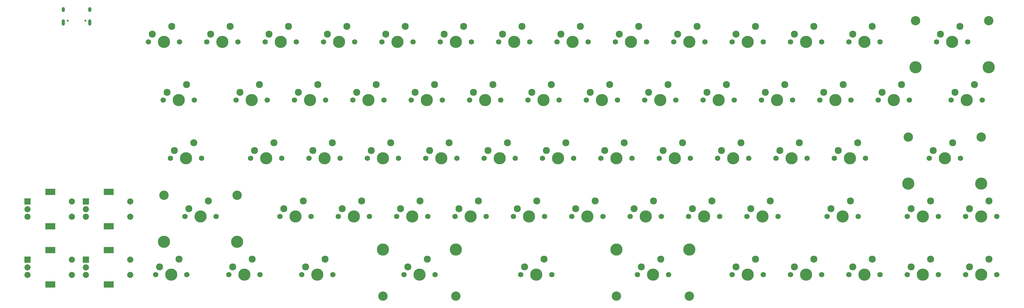
<source format=gbr>
%TF.GenerationSoftware,KiCad,Pcbnew,8.0.0*%
%TF.CreationDate,2024-11-20T19:58:16-08:00*%
%TF.ProjectId,Hampter1.3,48616d70-7465-4723-912e-332e6b696361,rev?*%
%TF.SameCoordinates,Original*%
%TF.FileFunction,Soldermask,Bot*%
%TF.FilePolarity,Negative*%
%FSLAX46Y46*%
G04 Gerber Fmt 4.6, Leading zero omitted, Abs format (unit mm)*
G04 Created by KiCad (PCBNEW 8.0.0) date 2024-11-20 19:58:16*
%MOMM*%
%LPD*%
G01*
G04 APERTURE LIST*
%ADD10C,1.750000*%
%ADD11C,3.987800*%
%ADD12C,2.300000*%
%ADD13C,3.048000*%
%ADD14R,2.000000X2.000000*%
%ADD15C,2.000000*%
%ADD16R,3.200000X2.000000*%
%ADD17C,0.650000*%
%ADD18O,1.000000X2.100000*%
%ADD19O,1.000000X1.600000*%
G04 APERTURE END LIST*
D10*
%TO.C,SW3_7*%
X360351244Y-191773449D03*
D11*
X365431244Y-191773449D03*
D10*
X370511244Y-191773449D03*
D12*
X361621244Y-189233449D03*
X367971244Y-186693449D03*
%TD*%
D13*
%TO.C,S1*%
X208268744Y-184788449D03*
D11*
X208268744Y-200028449D03*
D13*
X232081244Y-184788449D03*
D11*
X232081244Y-200028449D03*
%TD*%
D10*
%TO.C,SW2_1*%
X236523086Y-172722587D03*
D11*
X241603086Y-172722587D03*
D10*
X246683086Y-172722587D03*
D12*
X237793086Y-170182587D03*
X244143086Y-167642587D03*
%TD*%
D10*
%TO.C,SW0_10*%
X393700000Y-134620000D03*
D11*
X398780000Y-134620000D03*
D10*
X403860000Y-134620000D03*
D12*
X394970000Y-132080000D03*
X401320000Y-129540000D03*
%TD*%
D10*
%TO.C,SW3_3*%
X284151244Y-191773449D03*
D11*
X289231244Y-191773449D03*
D10*
X294311244Y-191773449D03*
D12*
X285421244Y-189233449D03*
X291771244Y-186693449D03*
%TD*%
D10*
%TO.C,SW2_0*%
X210337400Y-172720000D03*
D11*
X215417400Y-172720000D03*
D10*
X220497400Y-172720000D03*
D12*
X211607400Y-170180000D03*
X217957400Y-167640000D03*
%TD*%
D10*
%TO.C,SW0_0*%
X203200000Y-134620000D03*
D11*
X208280000Y-134620000D03*
D10*
X213360000Y-134620000D03*
D12*
X204470000Y-132080000D03*
X210820000Y-129540000D03*
%TD*%
D10*
%TO.C,SW1_3*%
X269862471Y-153670000D03*
D11*
X274942471Y-153670000D03*
D10*
X280022471Y-153670000D03*
D12*
X271132471Y-151130000D03*
X277482471Y-148590000D03*
%TD*%
D14*
%TO.C,SW2*%
X163692000Y-186857000D03*
D15*
X163692000Y-191857000D03*
X163692000Y-189357000D03*
D16*
X171192000Y-183757000D03*
X171192000Y-194957000D03*
D15*
X178192000Y-191857000D03*
X178192000Y-186857000D03*
%TD*%
D10*
%TO.C,SW2_5*%
X312723086Y-172722587D03*
D11*
X317803086Y-172722587D03*
D10*
X322883086Y-172722587D03*
D12*
X313993086Y-170182587D03*
X320343086Y-167642587D03*
%TD*%
D10*
%TO.C,SW2_6*%
X331773086Y-172722587D03*
D11*
X336853086Y-172722587D03*
D10*
X341933086Y-172722587D03*
D12*
X333043086Y-170182587D03*
X339393086Y-167642587D03*
%TD*%
D10*
%TO.C,SW0_9*%
X374650000Y-134620000D03*
D11*
X379730000Y-134620000D03*
D10*
X384810000Y-134620000D03*
D12*
X375920000Y-132080000D03*
X382270000Y-129540000D03*
%TD*%
D10*
%TO.C,SW2_9*%
X388923086Y-172722587D03*
D11*
X394003086Y-172722587D03*
D10*
X399083086Y-172722587D03*
D12*
X390193086Y-170182587D03*
X396543086Y-167642587D03*
%TD*%
D10*
%TO.C,SW1_4*%
X288912471Y-153670000D03*
D11*
X293992471Y-153670000D03*
D10*
X299072471Y-153670000D03*
D12*
X290182471Y-151130000D03*
X296532471Y-148590000D03*
%TD*%
D10*
%TO.C,SW1_9*%
X384162471Y-153670000D03*
D11*
X389242471Y-153670000D03*
D10*
X394322471Y-153670000D03*
D12*
X385432471Y-151130000D03*
X391782471Y-148590000D03*
%TD*%
D10*
%TO.C,SW3_2*%
X265101244Y-191773449D03*
D11*
X270181244Y-191773449D03*
D10*
X275261244Y-191773449D03*
D12*
X266371244Y-189233449D03*
X272721244Y-186693449D03*
%TD*%
D10*
%TO.C,SW0_4*%
X279400000Y-134620000D03*
D11*
X284480000Y-134620000D03*
D10*
X289560000Y-134620000D03*
D12*
X280670000Y-132080000D03*
X287020000Y-129540000D03*
%TD*%
D10*
%TO.C,SW4_7*%
X412750000Y-210825898D03*
D11*
X417830000Y-210825898D03*
D10*
X422910000Y-210825898D03*
D12*
X414020000Y-208285898D03*
X420370000Y-205745898D03*
%TD*%
D14*
%TO.C,SW5*%
X182742000Y-205907000D03*
D15*
X182742000Y-210907000D03*
X182742000Y-208407000D03*
D16*
X190242000Y-202807000D03*
X190242000Y-214007000D03*
D15*
X197242000Y-210907000D03*
X197242000Y-205907000D03*
%TD*%
D14*
%TO.C,SW3*%
X182742000Y-186857000D03*
D15*
X182742000Y-191857000D03*
X182742000Y-189357000D03*
D16*
X190242000Y-183757000D03*
X190242000Y-194957000D03*
D15*
X197242000Y-191857000D03*
X197242000Y-186857000D03*
%TD*%
D10*
%TO.C,SW2_2*%
X255573086Y-172722587D03*
D11*
X260653086Y-172722587D03*
D10*
X265733086Y-172722587D03*
D12*
X256843086Y-170182587D03*
X263193086Y-167642587D03*
%TD*%
D10*
%TO.C,SW1_8*%
X365112471Y-153670000D03*
D11*
X370192471Y-153670000D03*
D10*
X375272471Y-153670000D03*
D12*
X366382471Y-151130000D03*
X372732471Y-148590000D03*
%TD*%
D10*
%TO.C,SW0_1*%
X222250000Y-134620000D03*
D11*
X227330000Y-134620000D03*
D10*
X232410000Y-134620000D03*
D12*
X223520000Y-132080000D03*
X229870000Y-129540000D03*
%TD*%
D10*
%TO.C,SW4_3*%
X286538311Y-210822449D03*
D11*
X291618311Y-210822449D03*
D10*
X296698311Y-210822449D03*
D12*
X287808311Y-208282449D03*
X294158311Y-205742449D03*
%TD*%
D17*
%TO.C,J1*%
X182595000Y-127695000D03*
X176815000Y-127695000D03*
D18*
X184025000Y-128225000D03*
D19*
X184025000Y-124045000D03*
D18*
X175385000Y-128225000D03*
D19*
X175385000Y-124045000D03*
%TD*%
D10*
%TO.C,SW1_5*%
X307962471Y-153670000D03*
D11*
X313042471Y-153670000D03*
D10*
X318122471Y-153670000D03*
D12*
X309232471Y-151130000D03*
X315582471Y-148590000D03*
%TD*%
D10*
%TO.C,SW2_8*%
X369873086Y-172722587D03*
D11*
X374953086Y-172722587D03*
D10*
X380033086Y-172722587D03*
D12*
X371143086Y-170182587D03*
X377493086Y-167642587D03*
%TD*%
D10*
%TO.C,SW2_11*%
X427023086Y-172722587D03*
D11*
X432103086Y-172722587D03*
D10*
X437183086Y-172722587D03*
D12*
X428293086Y-170182587D03*
X434643086Y-167642587D03*
%TD*%
D10*
%TO.C,SW0_6*%
X317500000Y-134620000D03*
D11*
X322580000Y-134620000D03*
D10*
X327660000Y-134620000D03*
D12*
X318770000Y-132080000D03*
X325120000Y-129540000D03*
%TD*%
D13*
%TO.C,S2*%
X451159436Y-165737587D03*
D11*
X451159436Y-180977587D03*
D13*
X474971936Y-165737587D03*
D11*
X474971936Y-180977587D03*
%TD*%
D10*
%TO.C,SW2_7*%
X350823086Y-172722587D03*
D11*
X355903086Y-172722587D03*
D10*
X360983086Y-172722587D03*
D12*
X352093086Y-170182587D03*
X358443086Y-167642587D03*
%TD*%
D10*
%TO.C,SW3_5*%
X322251244Y-191773449D03*
D11*
X327331244Y-191773449D03*
D10*
X332411244Y-191773449D03*
D12*
X323521244Y-189233449D03*
X329871244Y-186693449D03*
%TD*%
D10*
%TO.C,SW3_6*%
X341301244Y-191773449D03*
D11*
X346381244Y-191773449D03*
D10*
X351461244Y-191773449D03*
D12*
X342571244Y-189233449D03*
X348921244Y-186693449D03*
%TD*%
D10*
%TO.C,SW0_12*%
X431800000Y-134620000D03*
D11*
X436880000Y-134620000D03*
D10*
X441960000Y-134620000D03*
D12*
X433070000Y-132080000D03*
X439420000Y-129540000D03*
%TD*%
D10*
%TO.C,SW3_4*%
X303201244Y-191773449D03*
D11*
X308281244Y-191773449D03*
D10*
X313361244Y-191773449D03*
D12*
X304471244Y-189233449D03*
X310821244Y-186693449D03*
%TD*%
D10*
%TO.C,SW4_10*%
X469900000Y-210825898D03*
D11*
X474980000Y-210825898D03*
D10*
X480060000Y-210825898D03*
D12*
X471170000Y-208285898D03*
X477520000Y-205745898D03*
%TD*%
D10*
%TO.C,SW2_3*%
X274623086Y-172722587D03*
D11*
X279703086Y-172722587D03*
D10*
X284783086Y-172722587D03*
D12*
X275893086Y-170182587D03*
X282243086Y-167642587D03*
%TD*%
D10*
%TO.C,SW1_10*%
X403212471Y-153670000D03*
D11*
X408292471Y-153670000D03*
D10*
X413372471Y-153670000D03*
D12*
X404482471Y-151130000D03*
X410832471Y-148590000D03*
%TD*%
D10*
%TO.C,SW1_11*%
X422262471Y-153670000D03*
D11*
X427342471Y-153670000D03*
D10*
X432422471Y-153670000D03*
D12*
X423532471Y-151130000D03*
X429882471Y-148590000D03*
%TD*%
D10*
%TO.C,SW3_11*%
X450850000Y-191770000D03*
D11*
X455930000Y-191770000D03*
D10*
X461010000Y-191770000D03*
D12*
X452120000Y-189230000D03*
X458470000Y-186690000D03*
%TD*%
D11*
%TO.C,S4*%
X379724562Y-202567449D03*
D13*
X379724561Y-217807449D03*
X355912061Y-217807449D03*
D11*
X355912060Y-202567449D03*
%TD*%
D10*
%TO.C,SW4_5*%
X362738311Y-210822449D03*
D11*
X367818311Y-210822449D03*
D10*
X372898311Y-210822449D03*
D12*
X364008311Y-208282449D03*
X370358311Y-205742449D03*
%TD*%
D10*
%TO.C,SW0_7*%
X336550000Y-134620000D03*
D11*
X341630000Y-134620000D03*
D10*
X346710000Y-134620000D03*
D12*
X337820000Y-132080000D03*
X344170000Y-129540000D03*
%TD*%
D10*
%TO.C,SW4_9*%
X450850000Y-210825898D03*
D11*
X455930000Y-210825898D03*
D10*
X461010000Y-210825898D03*
D12*
X452120000Y-208285898D03*
X458470000Y-205745898D03*
%TD*%
D10*
%TO.C,SW3_10*%
X424640055Y-191775173D03*
D11*
X429720055Y-191775173D03*
D10*
X434800055Y-191775173D03*
D12*
X425910055Y-189235173D03*
X432260055Y-186695173D03*
%TD*%
D10*
%TO.C,SW3_1*%
X246051244Y-191773449D03*
D11*
X251131244Y-191773449D03*
D10*
X256211244Y-191773449D03*
D12*
X247321244Y-189233449D03*
X253671244Y-186693449D03*
%TD*%
D14*
%TO.C,SW4*%
X163692000Y-205907000D03*
D15*
X163692000Y-210907000D03*
X163692000Y-208407000D03*
D16*
X171192000Y-202807000D03*
X171192000Y-214007000D03*
D15*
X178192000Y-210907000D03*
X178192000Y-205907000D03*
%TD*%
D10*
%TO.C,SW3_8*%
X379401244Y-191773449D03*
D11*
X384481244Y-191773449D03*
D10*
X389561244Y-191773449D03*
D12*
X380671244Y-189233449D03*
X387021244Y-186693449D03*
%TD*%
D10*
%TO.C,SW0_11*%
X412750000Y-134620000D03*
D11*
X417830000Y-134620000D03*
D10*
X422910000Y-134620000D03*
D12*
X414020000Y-132080000D03*
X420370000Y-129540000D03*
%TD*%
D10*
%TO.C,SW1_1*%
X231762471Y-153670000D03*
D11*
X236842471Y-153670000D03*
D10*
X241922471Y-153670000D03*
D12*
X233032471Y-151130000D03*
X239382471Y-148590000D03*
%TD*%
D10*
%TO.C,SW0_2*%
X241300000Y-134620000D03*
D11*
X246380000Y-134620000D03*
D10*
X251460000Y-134620000D03*
D12*
X242570000Y-132080000D03*
X248920000Y-129540000D03*
%TD*%
D10*
%TO.C,SW2_4*%
X293673086Y-172722587D03*
D11*
X298753086Y-172722587D03*
D10*
X303833086Y-172722587D03*
D12*
X294943086Y-170182587D03*
X301293086Y-167642587D03*
%TD*%
D10*
%TO.C,SW4_0*%
X205576730Y-210822449D03*
D11*
X210656730Y-210822449D03*
D10*
X215736730Y-210822449D03*
D12*
X206846730Y-208282449D03*
X213196730Y-205742449D03*
%TD*%
D10*
%TO.C,SW4_1*%
X229388311Y-210822449D03*
D11*
X234468311Y-210822449D03*
D10*
X239548311Y-210822449D03*
D12*
X230658311Y-208282449D03*
X237008311Y-205742449D03*
%TD*%
D10*
%TO.C,SW4_2*%
X253205290Y-210822449D03*
D11*
X258285290Y-210822449D03*
D10*
X263365290Y-210822449D03*
D12*
X254475290Y-208282449D03*
X260825290Y-205742449D03*
%TD*%
D10*
%TO.C,SW3_9*%
X398451244Y-191773449D03*
D11*
X403531244Y-191773449D03*
D10*
X408611244Y-191773449D03*
D12*
X399721244Y-189233449D03*
X406071244Y-186693449D03*
%TD*%
D10*
%TO.C,SW1_0*%
X207962671Y-153670000D03*
D11*
X213042671Y-153670000D03*
D10*
X218122671Y-153670000D03*
D12*
X209232671Y-151130000D03*
X215582671Y-148590000D03*
%TD*%
D10*
%TO.C,SW2_12*%
X457985686Y-172722587D03*
D11*
X463065686Y-172722587D03*
D10*
X468145686Y-172722587D03*
D12*
X459255686Y-170182587D03*
X465605686Y-167642587D03*
%TD*%
D10*
%TO.C,SW4_8*%
X431800000Y-210825898D03*
D11*
X436880000Y-210825898D03*
D10*
X441960000Y-210825898D03*
D12*
X433070000Y-208285898D03*
X439420000Y-205745898D03*
%TD*%
D10*
%TO.C,SW1_7*%
X346062471Y-153670000D03*
D11*
X351142471Y-153670000D03*
D10*
X356222471Y-153670000D03*
D12*
X347332471Y-151130000D03*
X353682471Y-148590000D03*
%TD*%
D10*
%TO.C,SW4_6*%
X393700000Y-210825898D03*
D11*
X398780000Y-210825898D03*
D10*
X403860000Y-210825898D03*
D12*
X394970000Y-208285898D03*
X401320000Y-205745898D03*
%TD*%
D13*
%TO.C,S5*%
X453548750Y-127635000D03*
D11*
X453548750Y-142875000D03*
D13*
X477361250Y-127635000D03*
D11*
X477361250Y-142875000D03*
%TD*%
D10*
%TO.C,SW3_0*%
X215094994Y-191773449D03*
D11*
X220174994Y-191773449D03*
D10*
X225254994Y-191773449D03*
D12*
X216364994Y-189233449D03*
X222714994Y-186693449D03*
%TD*%
D10*
%TO.C,SW3_12*%
X469900000Y-191770000D03*
D11*
X474980000Y-191770000D03*
D10*
X480060000Y-191770000D03*
D12*
X471170000Y-189230000D03*
X477520000Y-186690000D03*
%TD*%
D10*
%TO.C,SW0_3*%
X260350000Y-134620000D03*
D11*
X265430000Y-134620000D03*
D10*
X270510000Y-134620000D03*
D12*
X261620000Y-132080000D03*
X267970000Y-129540000D03*
%TD*%
D10*
%TO.C,SW0_13*%
X460375000Y-134620000D03*
D11*
X465455000Y-134620000D03*
D10*
X470535000Y-134620000D03*
D12*
X461645000Y-132080000D03*
X467995000Y-129540000D03*
%TD*%
D10*
%TO.C,SW4_4*%
X324638311Y-210822449D03*
D11*
X329718311Y-210822449D03*
D10*
X334798311Y-210822449D03*
D12*
X325908311Y-208282449D03*
X332258311Y-205742449D03*
%TD*%
D10*
%TO.C,SW1_6*%
X327012471Y-153670000D03*
D11*
X332092471Y-153670000D03*
D10*
X337172471Y-153670000D03*
D12*
X328282471Y-151130000D03*
X334632471Y-148590000D03*
%TD*%
D10*
%TO.C,SW1_12*%
X441312471Y-153670000D03*
D11*
X446392471Y-153670000D03*
D10*
X451472471Y-153670000D03*
D12*
X442582471Y-151130000D03*
X448932471Y-148590000D03*
%TD*%
D10*
%TO.C,SW1_2*%
X250812471Y-153670000D03*
D11*
X255892471Y-153670000D03*
D10*
X260972471Y-153670000D03*
D12*
X252082471Y-151130000D03*
X258432471Y-148590000D03*
%TD*%
D11*
%TO.C,S3*%
X303524562Y-202567449D03*
D13*
X303524561Y-217807449D03*
X279712061Y-217807449D03*
D11*
X279712060Y-202567449D03*
%TD*%
D10*
%TO.C,SW2_10*%
X407973086Y-172722587D03*
D11*
X413053086Y-172722587D03*
D10*
X418133086Y-172722587D03*
D12*
X409243086Y-170182587D03*
X415593086Y-167642587D03*
%TD*%
D10*
%TO.C,SW1_13*%
X465138149Y-153676070D03*
D11*
X470218149Y-153676070D03*
D10*
X475298149Y-153676070D03*
D12*
X466408149Y-151136070D03*
X472758149Y-148596070D03*
%TD*%
D10*
%TO.C,SW0_5*%
X298450000Y-134620000D03*
D11*
X303530000Y-134620000D03*
D10*
X308610000Y-134620000D03*
D12*
X299720000Y-132080000D03*
X306070000Y-129540000D03*
%TD*%
D10*
%TO.C,SW0_8*%
X355600000Y-134620000D03*
D11*
X360680000Y-134620000D03*
D10*
X365760000Y-134620000D03*
D12*
X356870000Y-132080000D03*
X363220000Y-129540000D03*
%TD*%
M02*

</source>
